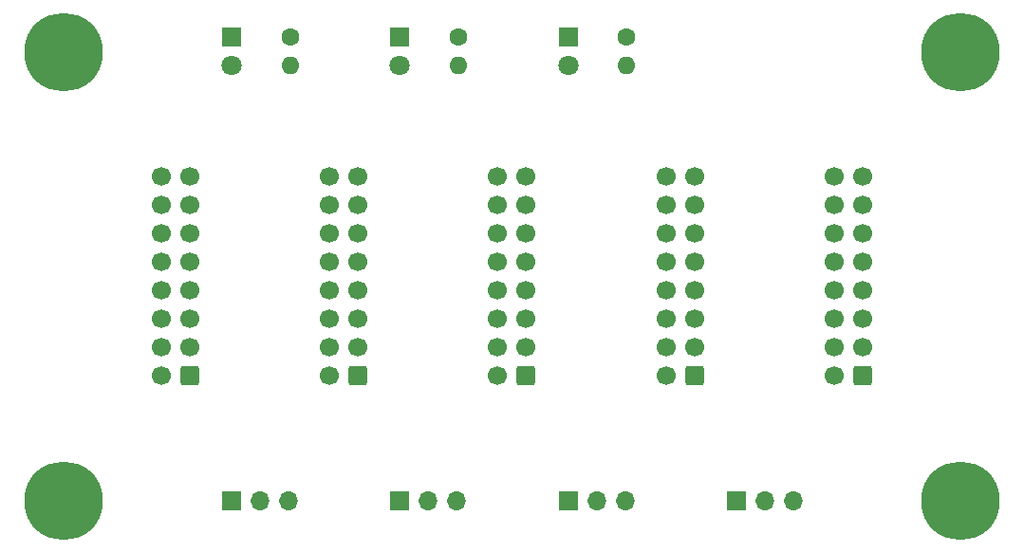
<source format=gts>
%TF.GenerationSoftware,KiCad,Pcbnew,8.0.2*%
%TF.CreationDate,2024-05-02T10:02:13-07:00*%
%TF.ProjectId,busboard-1,62757362-6f61-4726-942d-312e6b696361,rev?*%
%TF.SameCoordinates,Original*%
%TF.FileFunction,Soldermask,Top*%
%TF.FilePolarity,Negative*%
%FSLAX46Y46*%
G04 Gerber Fmt 4.6, Leading zero omitted, Abs format (unit mm)*
G04 Created by KiCad (PCBNEW 8.0.2) date 2024-05-02 10:02:13*
%MOMM*%
%LPD*%
G01*
G04 APERTURE LIST*
G04 Aperture macros list*
%AMRoundRect*
0 Rectangle with rounded corners*
0 $1 Rounding radius*
0 $2 $3 $4 $5 $6 $7 $8 $9 X,Y pos of 4 corners*
0 Add a 4 corners polygon primitive as box body*
4,1,4,$2,$3,$4,$5,$6,$7,$8,$9,$2,$3,0*
0 Add four circle primitives for the rounded corners*
1,1,$1+$1,$2,$3*
1,1,$1+$1,$4,$5*
1,1,$1+$1,$6,$7*
1,1,$1+$1,$8,$9*
0 Add four rect primitives between the rounded corners*
20,1,$1+$1,$2,$3,$4,$5,0*
20,1,$1+$1,$4,$5,$6,$7,0*
20,1,$1+$1,$6,$7,$8,$9,0*
20,1,$1+$1,$8,$9,$2,$3,0*%
G04 Aperture macros list end*
%ADD10C,1.600000*%
%ADD11O,1.600000X1.600000*%
%ADD12R,1.700000X1.700000*%
%ADD13O,1.700000X1.700000*%
%ADD14C,7.000000*%
%ADD15R,1.800000X1.800000*%
%ADD16C,1.800000*%
%ADD17RoundRect,0.250000X0.600000X0.600000X-0.600000X0.600000X-0.600000X-0.600000X0.600000X-0.600000X0*%
%ADD18C,1.700000*%
G04 APERTURE END LIST*
D10*
%TO.C,R1*%
X125222000Y-103603000D03*
D11*
X125222000Y-106143000D03*
%TD*%
D12*
%TO.C,J6*%
X120000000Y-145000000D03*
D13*
X122540000Y-145000000D03*
X125080000Y-145000000D03*
%TD*%
D14*
%TO.C,H4*%
X185000000Y-145000000D03*
%TD*%
D15*
%TO.C,D3*%
X150000000Y-103632000D03*
D16*
X150000000Y-106172000D03*
%TD*%
D14*
%TO.C,H1*%
X105000000Y-105000000D03*
%TD*%
D17*
%TO.C,J5*%
X176270000Y-133873000D03*
D18*
X173730000Y-133873000D03*
X176270000Y-131333000D03*
X173730000Y-131333000D03*
X176270000Y-128793000D03*
X173730000Y-128793000D03*
X176270000Y-126253000D03*
X173730000Y-126253000D03*
X176270000Y-123713000D03*
X173730000Y-123713000D03*
X176270000Y-121173000D03*
X173730000Y-121173000D03*
X176270000Y-118633000D03*
X173730000Y-118633000D03*
X176270000Y-116093000D03*
X173730000Y-116093000D03*
%TD*%
D10*
%TO.C,R3*%
X155208000Y-103632000D03*
D11*
X155208000Y-106172000D03*
%TD*%
D12*
%TO.C,J7*%
X135000000Y-145000000D03*
D13*
X137540000Y-145000000D03*
X140080000Y-145000000D03*
%TD*%
D10*
%TO.C,R2*%
X140208000Y-103632000D03*
D11*
X140208000Y-106172000D03*
%TD*%
D12*
%TO.C,J8*%
X150000000Y-145000000D03*
D13*
X152540000Y-145000000D03*
X155080000Y-145000000D03*
%TD*%
D15*
%TO.C,D2*%
X135000000Y-103632000D03*
D16*
X135000000Y-106172000D03*
%TD*%
D17*
%TO.C,J3*%
X146270000Y-133873000D03*
D18*
X143730000Y-133873000D03*
X146270000Y-131333000D03*
X143730000Y-131333000D03*
X146270000Y-128793000D03*
X143730000Y-128793000D03*
X146270000Y-126253000D03*
X143730000Y-126253000D03*
X146270000Y-123713000D03*
X143730000Y-123713000D03*
X146270000Y-121173000D03*
X143730000Y-121173000D03*
X146270000Y-118633000D03*
X143730000Y-118633000D03*
X146270000Y-116093000D03*
X143730000Y-116093000D03*
%TD*%
D14*
%TO.C,H3*%
X185000000Y-105000000D03*
%TD*%
D12*
%TO.C,J9*%
X165000000Y-145000000D03*
D13*
X167540000Y-145000000D03*
X170080000Y-145000000D03*
%TD*%
D14*
%TO.C,H2*%
X105000000Y-145000000D03*
%TD*%
D15*
%TO.C,D1*%
X120000000Y-103632000D03*
D16*
X120000000Y-106172000D03*
%TD*%
D17*
%TO.C,J1*%
X116270000Y-133873000D03*
D18*
X113730000Y-133873000D03*
X116270000Y-131333000D03*
X113730000Y-131333000D03*
X116270000Y-128793000D03*
X113730000Y-128793000D03*
X116270000Y-126253000D03*
X113730000Y-126253000D03*
X116270000Y-123713000D03*
X113730000Y-123713000D03*
X116270000Y-121173000D03*
X113730000Y-121173000D03*
X116270000Y-118633000D03*
X113730000Y-118633000D03*
X116270000Y-116093000D03*
X113730000Y-116093000D03*
%TD*%
D17*
%TO.C,J4*%
X161270000Y-133873000D03*
D18*
X158730000Y-133873000D03*
X161270000Y-131333000D03*
X158730000Y-131333000D03*
X161270000Y-128793000D03*
X158730000Y-128793000D03*
X161270000Y-126253000D03*
X158730000Y-126253000D03*
X161270000Y-123713000D03*
X158730000Y-123713000D03*
X161270000Y-121173000D03*
X158730000Y-121173000D03*
X161270000Y-118633000D03*
X158730000Y-118633000D03*
X161270000Y-116093000D03*
X158730000Y-116093000D03*
%TD*%
D17*
%TO.C,J2*%
X131270000Y-133873000D03*
D18*
X128730000Y-133873000D03*
X131270000Y-131333000D03*
X128730000Y-131333000D03*
X131270000Y-128793000D03*
X128730000Y-128793000D03*
X131270000Y-126253000D03*
X128730000Y-126253000D03*
X131270000Y-123713000D03*
X128730000Y-123713000D03*
X131270000Y-121173000D03*
X128730000Y-121173000D03*
X131270000Y-118633000D03*
X128730000Y-118633000D03*
X131270000Y-116093000D03*
X128730000Y-116093000D03*
%TD*%
M02*

</source>
